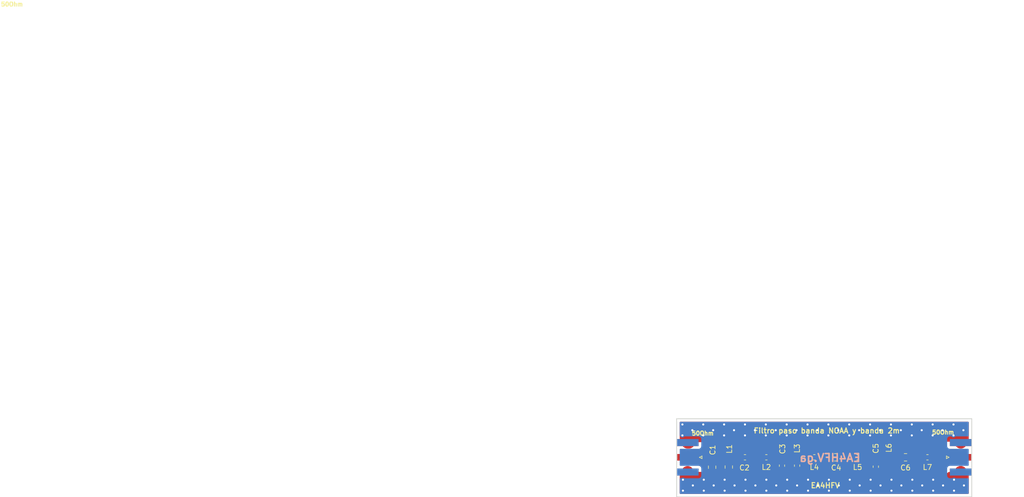
<source format=kicad_pcb>
(kicad_pcb (version 20171130) (host pcbnew "(5.0.2)-1")

  (general
    (thickness 1.6)
    (drawings 10)
    (tracks 114)
    (zones 0)
    (modules 15)
    (nets 10)
  )

  (page A4)
  (layers
    (0 F.Cu signal)
    (31 B.Cu signal hide)
    (32 B.Adhes user)
    (33 F.Adhes user)
    (34 B.Paste user)
    (35 F.Paste user)
    (36 B.SilkS user)
    (37 F.SilkS user)
    (38 B.Mask user)
    (39 F.Mask user)
    (40 Dwgs.User user)
    (41 Cmts.User user)
    (42 Eco1.User user)
    (43 Eco2.User user)
    (44 Edge.Cuts user)
    (45 Margin user)
    (46 B.CrtYd user)
    (47 F.CrtYd user)
    (48 B.Fab user)
    (49 F.Fab user hide)
  )

  (setup
    (last_trace_width 2.3)
    (user_trace_width 1)
    (user_trace_width 1.5)
    (user_trace_width 2)
    (user_trace_width 2.3)
    (trace_clearance 0.2)
    (zone_clearance 0.508)
    (zone_45_only no)
    (trace_min 0.2)
    (segment_width 0.2)
    (edge_width 0.15)
    (via_size 0.8)
    (via_drill 0.4)
    (via_min_size 0.4)
    (via_min_drill 0.3)
    (uvia_size 0.3)
    (uvia_drill 0.1)
    (uvias_allowed no)
    (uvia_min_size 0.2)
    (uvia_min_drill 0.1)
    (pcb_text_width 0.3)
    (pcb_text_size 1.5 1.5)
    (mod_edge_width 0.15)
    (mod_text_size 1 1)
    (mod_text_width 0.15)
    (pad_size 1.524 1.524)
    (pad_drill 0.762)
    (pad_to_mask_clearance 0.051)
    (solder_mask_min_width 0.25)
    (aux_axis_origin 0 0)
    (visible_elements 7FFFFFFF)
    (pcbplotparams
      (layerselection 0x010f0_ffffffff)
      (usegerberextensions false)
      (usegerberattributes false)
      (usegerberadvancedattributes false)
      (creategerberjobfile false)
      (excludeedgelayer true)
      (linewidth 0.100000)
      (plotframeref false)
      (viasonmask false)
      (mode 1)
      (useauxorigin false)
      (hpglpennumber 1)
      (hpglpenspeed 20)
      (hpglpendiameter 15.000000)
      (psnegative false)
      (psa4output false)
      (plotreference true)
      (plotvalue true)
      (plotinvisibletext false)
      (padsonsilk false)
      (subtractmaskfromsilk false)
      (outputformat 1)
      (mirror false)
      (drillshape 0)
      (scaleselection 1)
      (outputdirectory ""))
  )

  (net 0 "")
  (net 1 "Net-(C1-Pad1)")
  (net 2 Earth)
  (net 3 "Net-(C2-Pad1)")
  (net 4 "Net-(C3-Pad1)")
  (net 5 "Net-(C4-Pad2)")
  (net 6 "Net-(C4-Pad1)")
  (net 7 "Net-(C5-Pad1)")
  (net 8 "Net-(C6-Pad1)")
  (net 9 "Net-(J2-Pad1)")

  (net_class Default "Esta es la clase de red por defecto."
    (clearance 0.2)
    (trace_width 0.25)
    (via_dia 0.8)
    (via_drill 0.4)
    (uvia_dia 0.3)
    (uvia_drill 0.1)
    (add_net Earth)
    (add_net "Net-(C1-Pad1)")
    (add_net "Net-(C2-Pad1)")
    (add_net "Net-(C3-Pad1)")
    (add_net "Net-(C4-Pad1)")
    (add_net "Net-(C4-Pad2)")
    (add_net "Net-(C5-Pad1)")
    (add_net "Net-(C6-Pad1)")
    (add_net "Net-(J2-Pad1)")
  )

  (module Connector_Coaxial:SMA_Samtec_SMA-J-P-H-ST-EM1_EdgeMount (layer F.Cu) (tedit 5F132F35) (tstamp 5F482D3F)
    (at 114.5 100.4 180)
    (descr http://suddendocs.samtec.com/prints/sma-j-p-x-st-em1-mkt.pdf)
    (tags SMA)
    (path /5F13169A)
    (attr smd)
    (fp_text reference "" (at -3.5 0 270) (layer F.SilkS)
      (effects (font (size 1 1) (thickness 0.15)))
    )
    (fp_text value Conn_Coaxial (at 5 5.9 180) (layer F.Fab)
      (effects (font (size 1 1) (thickness 0.15)))
    )
    (fp_line (start -2.76 0.25) (end -2.26 0) (layer F.SilkS) (width 0.12))
    (fp_line (start -2.76 -0.25) (end -2.76 0.25) (layer F.SilkS) (width 0.12))
    (fp_line (start -2.26 0) (end -2.76 -0.25) (layer F.SilkS) (width 0.12))
    (fp_line (start 3.1 0) (end 2.1 0.75) (layer F.Fab) (width 0.1))
    (fp_line (start 2.1 -0.75) (end 3.1 0) (layer F.Fab) (width 0.1))
    (fp_text user %R (at 4.79 0 90) (layer F.Fab)
      (effects (font (size 1 1) (thickness 0.15)))
    )
    (fp_line (start 3 -4) (end -2.6 -4) (layer F.CrtYd) (width 0.05))
    (fp_line (start 12.12 -4.5) (end 12.12 4.5) (layer F.CrtYd) (width 0.05))
    (fp_line (start 3 4) (end -2.6 4) (layer F.CrtYd) (width 0.05))
    (fp_line (start -2.6 4) (end -2.6 -4) (layer F.CrtYd) (width 0.05))
    (fp_line (start 3 -4) (end -2.6 -4) (layer B.CrtYd) (width 0.05))
    (fp_line (start 12.12 -4.5) (end 12.12 4.5) (layer B.CrtYd) (width 0.05))
    (fp_line (start 3 4) (end -2.6 4) (layer B.CrtYd) (width 0.05))
    (fp_line (start -2.6 4) (end -2.6 -4) (layer B.CrtYd) (width 0.05))
    (fp_line (start 11.62 -3.165) (end 11.62 3.165) (layer F.Fab) (width 0.1))
    (fp_line (start -1.71 -3.175) (end 11.62 -3.175) (layer F.Fab) (width 0.1))
    (fp_line (start -1.71 -3.175) (end -1.71 -2.365) (layer F.Fab) (width 0.1))
    (fp_line (start -1.71 -2.365) (end 2.1 -2.365) (layer F.Fab) (width 0.1))
    (fp_line (start 2.1 -2.365) (end 2.1 2.365) (layer F.Fab) (width 0.1))
    (fp_line (start 2.1 2.365) (end -1.71 2.365) (layer F.Fab) (width 0.1))
    (fp_line (start -1.71 2.365) (end -1.71 3.175) (layer F.Fab) (width 0.1))
    (fp_line (start -1.71 3.175) (end 11.62 3.175) (layer F.Fab) (width 0.1))
    (fp_line (start 12.12 4.5) (end 3 4.5) (layer F.CrtYd) (width 0.05))
    (fp_line (start 3 4.5) (end 3 4) (layer F.CrtYd) (width 0.05))
    (fp_line (start 12.12 -4.5) (end 3 -4.5) (layer F.CrtYd) (width 0.05))
    (fp_line (start 3 -4.5) (end 3 -4) (layer F.CrtYd) (width 0.05))
    (fp_line (start 12.12 -4.5) (end 3 -4.5) (layer B.CrtYd) (width 0.05))
    (fp_line (start 3 -4.5) (end 3 -4) (layer B.CrtYd) (width 0.05))
    (fp_line (start 12.12 4.5) (end 3 4.5) (layer B.CrtYd) (width 0.05))
    (fp_line (start 3 4.5) (end 3 4) (layer B.CrtYd) (width 0.05))
    (fp_line (start 2.1 -3.5) (end 2.1 3.5) (layer Dwgs.User) (width 0.1))
    (fp_text user "PCB Edge" (at 2.6 0 270) (layer Dwgs.User)
      (effects (font (size 0.5 0.5) (thickness 0.1)))
    )
    (pad 2 smd rect (at 0 2.825 270) (size 1.35 4.2) (layers B.Cu B.Paste B.Mask)
      (net 2 Earth))
    (pad 2 smd rect (at 0 -2.825 270) (size 1.35 4.2) (layers B.Cu B.Paste B.Mask)
      (net 2 Earth))
    (pad 2 smd rect (at 0 2.825 270) (size 1.35 4.2) (layers F.Cu F.Paste F.Mask)
      (net 2 Earth))
    (pad 2 smd rect (at 0 -2.825 270) (size 1.35 4.2) (layers F.Cu F.Paste F.Mask)
      (net 2 Earth))
    (pad 1 smd rect (at 0.2 0 270) (size 1.27 3.6) (layers F.Cu F.Paste F.Mask)
      (net 1 "Net-(C1-Pad1)"))
    (model ${KISYS3DMOD}/Connector_Coaxial.3dshapes/SMA_Samtec_SMA-J-P-H-ST-EM1_EdgeMount.wrl
      (at (xyz 0 0 0))
      (scale (xyz 1 1 1))
      (rotate (xyz 0 0 0))
    )
  )

  (module Capacitor_SMD:C_0805_2012Metric (layer F.Cu) (tedit 5B36C52B) (tstamp 5F482CC1)
    (at 119.2 102.3 270)
    (descr "Capacitor SMD 0805 (2012 Metric), square (rectangular) end terminal, IPC_7351 nominal, (Body size source: https://docs.google.com/spreadsheets/d/1BsfQQcO9C6DZCsRaXUlFlo91Tg2WpOkGARC1WS5S8t0/edit?usp=sharing), generated with kicad-footprint-generator")
    (tags capacitor)
    (path /5F131746)
    (attr smd)
    (fp_text reference C1 (at -3.3 -0.1 270) (layer F.SilkS)
      (effects (font (size 1 1) (thickness 0.15)))
    )
    (fp_text value 56pF (at 0 1.65 270) (layer F.Fab)
      (effects (font (size 1 1) (thickness 0.15)))
    )
    (fp_line (start -1 0.6) (end -1 -0.6) (layer F.Fab) (width 0.1))
    (fp_line (start -1 -0.6) (end 1 -0.6) (layer F.Fab) (width 0.1))
    (fp_line (start 1 -0.6) (end 1 0.6) (layer F.Fab) (width 0.1))
    (fp_line (start 1 0.6) (end -1 0.6) (layer F.Fab) (width 0.1))
    (fp_line (start -0.258578 -0.71) (end 0.258578 -0.71) (layer F.SilkS) (width 0.12))
    (fp_line (start -0.258578 0.71) (end 0.258578 0.71) (layer F.SilkS) (width 0.12))
    (fp_line (start -1.68 0.95) (end -1.68 -0.95) (layer F.CrtYd) (width 0.05))
    (fp_line (start -1.68 -0.95) (end 1.68 -0.95) (layer F.CrtYd) (width 0.05))
    (fp_line (start 1.68 -0.95) (end 1.68 0.95) (layer F.CrtYd) (width 0.05))
    (fp_line (start 1.68 0.95) (end -1.68 0.95) (layer F.CrtYd) (width 0.05))
    (fp_text user %R (at 0 0 270) (layer F.Fab)
      (effects (font (size 0.5 0.5) (thickness 0.08)))
    )
    (pad 1 smd roundrect (at -0.9375 0 270) (size 0.975 1.4) (layers F.Cu F.Paste F.Mask) (roundrect_rratio 0.25)
      (net 1 "Net-(C1-Pad1)"))
    (pad 2 smd roundrect (at 0.9375 0 270) (size 0.975 1.4) (layers F.Cu F.Paste F.Mask) (roundrect_rratio 0.25)
      (net 2 Earth))
    (model ${KISYS3DMOD}/Capacitor_SMD.3dshapes/C_0805_2012Metric.wrl
      (at (xyz 0 0 0))
      (scale (xyz 1 1 1))
      (rotate (xyz 0 0 0))
    )
  )

  (module Capacitor_SMD:C_0603_1608Metric (layer F.Cu) (tedit 5B301BBE) (tstamp 5F482CD2)
    (at 125.5 100.4 180)
    (descr "Capacitor SMD 0603 (1608 Metric), square (rectangular) end terminal, IPC_7351 nominal, (Body size source: http://www.tortai-tech.com/upload/download/2011102023233369053.pdf), generated with kicad-footprint-generator")
    (tags capacitor)
    (path /5F1317C0)
    (attr smd)
    (fp_text reference C2 (at 0.1 -2 180) (layer F.SilkS)
      (effects (font (size 1 1) (thickness 0.15)))
    )
    (fp_text value 3,3pF (at 0 1.43 180) (layer F.Fab)
      (effects (font (size 1 1) (thickness 0.15)))
    )
    (fp_line (start -0.8 0.4) (end -0.8 -0.4) (layer F.Fab) (width 0.1))
    (fp_line (start -0.8 -0.4) (end 0.8 -0.4) (layer F.Fab) (width 0.1))
    (fp_line (start 0.8 -0.4) (end 0.8 0.4) (layer F.Fab) (width 0.1))
    (fp_line (start 0.8 0.4) (end -0.8 0.4) (layer F.Fab) (width 0.1))
    (fp_line (start -0.162779 -0.51) (end 0.162779 -0.51) (layer F.SilkS) (width 0.12))
    (fp_line (start -0.162779 0.51) (end 0.162779 0.51) (layer F.SilkS) (width 0.12))
    (fp_line (start -1.48 0.73) (end -1.48 -0.73) (layer F.CrtYd) (width 0.05))
    (fp_line (start -1.48 -0.73) (end 1.48 -0.73) (layer F.CrtYd) (width 0.05))
    (fp_line (start 1.48 -0.73) (end 1.48 0.73) (layer F.CrtYd) (width 0.05))
    (fp_line (start 1.48 0.73) (end -1.48 0.73) (layer F.CrtYd) (width 0.05))
    (fp_text user %R (at 0 0 180) (layer F.Fab)
      (effects (font (size 0.4 0.4) (thickness 0.06)))
    )
    (pad 1 smd roundrect (at -0.7875 0 180) (size 0.875 0.95) (layers F.Cu F.Paste F.Mask) (roundrect_rratio 0.25)
      (net 3 "Net-(C2-Pad1)"))
    (pad 2 smd roundrect (at 0.7875 0 180) (size 0.875 0.95) (layers F.Cu F.Paste F.Mask) (roundrect_rratio 0.25)
      (net 1 "Net-(C1-Pad1)"))
    (model ${KISYS3DMOD}/Capacitor_SMD.3dshapes/C_0603_1608Metric.wrl
      (at (xyz 0 0 0))
      (scale (xyz 1 1 1))
      (rotate (xyz 0 0 0))
    )
  )

  (module Capacitor_SMD:C_0603_1608Metric (layer F.Cu) (tedit 5B301BBE) (tstamp 5F482CE3)
    (at 132.6 102 270)
    (descr "Capacitor SMD 0603 (1608 Metric), square (rectangular) end terminal, IPC_7351 nominal, (Body size source: http://www.tortai-tech.com/upload/download/2011102023233369053.pdf), generated with kicad-footprint-generator")
    (tags capacitor)
    (path /5F131A10)
    (attr smd)
    (fp_text reference C3 (at -3.2 -0.1 270) (layer F.SilkS)
      (effects (font (size 1 1) (thickness 0.15)))
    )
    (fp_text value 220pF (at 0 1.43 270) (layer F.Fab)
      (effects (font (size 1 1) (thickness 0.15)))
    )
    (fp_text user %R (at 0 0 270) (layer F.Fab)
      (effects (font (size 0.4 0.4) (thickness 0.06)))
    )
    (fp_line (start 1.48 0.73) (end -1.48 0.73) (layer F.CrtYd) (width 0.05))
    (fp_line (start 1.48 -0.73) (end 1.48 0.73) (layer F.CrtYd) (width 0.05))
    (fp_line (start -1.48 -0.73) (end 1.48 -0.73) (layer F.CrtYd) (width 0.05))
    (fp_line (start -1.48 0.73) (end -1.48 -0.73) (layer F.CrtYd) (width 0.05))
    (fp_line (start -0.162779 0.51) (end 0.162779 0.51) (layer F.SilkS) (width 0.12))
    (fp_line (start -0.162779 -0.51) (end 0.162779 -0.51) (layer F.SilkS) (width 0.12))
    (fp_line (start 0.8 0.4) (end -0.8 0.4) (layer F.Fab) (width 0.1))
    (fp_line (start 0.8 -0.4) (end 0.8 0.4) (layer F.Fab) (width 0.1))
    (fp_line (start -0.8 -0.4) (end 0.8 -0.4) (layer F.Fab) (width 0.1))
    (fp_line (start -0.8 0.4) (end -0.8 -0.4) (layer F.Fab) (width 0.1))
    (pad 2 smd roundrect (at 0.7875 0 270) (size 0.875 0.95) (layers F.Cu F.Paste F.Mask) (roundrect_rratio 0.25)
      (net 2 Earth))
    (pad 1 smd roundrect (at -0.7875 0 270) (size 0.875 0.95) (layers F.Cu F.Paste F.Mask) (roundrect_rratio 0.25)
      (net 4 "Net-(C3-Pad1)"))
    (model ${KISYS3DMOD}/Capacitor_SMD.3dshapes/C_0603_1608Metric.wrl
      (at (xyz 0 0 0))
      (scale (xyz 1 1 1))
      (rotate (xyz 0 0 0))
    )
  )

  (module Capacitor_SMD:C_0805_2012Metric (layer F.Cu) (tedit 5B36C52B) (tstamp 5F482CF4)
    (at 142.9 100.4 180)
    (descr "Capacitor SMD 0805 (2012 Metric), square (rectangular) end terminal, IPC_7351 nominal, (Body size source: https://docs.google.com/spreadsheets/d/1BsfQQcO9C6DZCsRaXUlFlo91Tg2WpOkGARC1WS5S8t0/edit?usp=sharing), generated with kicad-footprint-generator")
    (tags capacitor)
    (path /5F131A1E)
    (attr smd)
    (fp_text reference C4 (at -0.1 -2 180) (layer F.SilkS)
      (effects (font (size 1 1) (thickness 0.15)))
    )
    (fp_text value 2,7pF (at 0 1.65 180) (layer F.Fab)
      (effects (font (size 1 1) (thickness 0.15)))
    )
    (fp_text user %R (at 0 0 180) (layer F.Fab)
      (effects (font (size 0.5 0.5) (thickness 0.08)))
    )
    (fp_line (start 1.68 0.95) (end -1.68 0.95) (layer F.CrtYd) (width 0.05))
    (fp_line (start 1.68 -0.95) (end 1.68 0.95) (layer F.CrtYd) (width 0.05))
    (fp_line (start -1.68 -0.95) (end 1.68 -0.95) (layer F.CrtYd) (width 0.05))
    (fp_line (start -1.68 0.95) (end -1.68 -0.95) (layer F.CrtYd) (width 0.05))
    (fp_line (start -0.258578 0.71) (end 0.258578 0.71) (layer F.SilkS) (width 0.12))
    (fp_line (start -0.258578 -0.71) (end 0.258578 -0.71) (layer F.SilkS) (width 0.12))
    (fp_line (start 1 0.6) (end -1 0.6) (layer F.Fab) (width 0.1))
    (fp_line (start 1 -0.6) (end 1 0.6) (layer F.Fab) (width 0.1))
    (fp_line (start -1 -0.6) (end 1 -0.6) (layer F.Fab) (width 0.1))
    (fp_line (start -1 0.6) (end -1 -0.6) (layer F.Fab) (width 0.1))
    (pad 2 smd roundrect (at 0.9375 0 180) (size 0.975 1.4) (layers F.Cu F.Paste F.Mask) (roundrect_rratio 0.25)
      (net 5 "Net-(C4-Pad2)"))
    (pad 1 smd roundrect (at -0.9375 0 180) (size 0.975 1.4) (layers F.Cu F.Paste F.Mask) (roundrect_rratio 0.25)
      (net 6 "Net-(C4-Pad1)"))
    (model ${KISYS3DMOD}/Capacitor_SMD.3dshapes/C_0805_2012Metric.wrl
      (at (xyz 0 0 0))
      (scale (xyz 1 1 1))
      (rotate (xyz 0 0 0))
    )
  )

  (module Capacitor_SMD:C_0603_1608Metric (layer F.Cu) (tedit 5B301BBE) (tstamp 5F482D05)
    (at 150.6 102.2 270)
    (descr "Capacitor SMD 0603 (1608 Metric), square (rectangular) end terminal, IPC_7351 nominal, (Body size source: http://www.tortai-tech.com/upload/download/2011102023233369053.pdf), generated with kicad-footprint-generator")
    (tags capacitor)
    (path /5F131C2A)
    (attr smd)
    (fp_text reference C5 (at -3.5 0 270) (layer F.SilkS)
      (effects (font (size 1 1) (thickness 0.15)))
    )
    (fp_text value 150pF (at 0 1.43 270) (layer F.Fab)
      (effects (font (size 1 1) (thickness 0.15)))
    )
    (fp_line (start -0.8 0.4) (end -0.8 -0.4) (layer F.Fab) (width 0.1))
    (fp_line (start -0.8 -0.4) (end 0.8 -0.4) (layer F.Fab) (width 0.1))
    (fp_line (start 0.8 -0.4) (end 0.8 0.4) (layer F.Fab) (width 0.1))
    (fp_line (start 0.8 0.4) (end -0.8 0.4) (layer F.Fab) (width 0.1))
    (fp_line (start -0.162779 -0.51) (end 0.162779 -0.51) (layer F.SilkS) (width 0.12))
    (fp_line (start -0.162779 0.51) (end 0.162779 0.51) (layer F.SilkS) (width 0.12))
    (fp_line (start -1.48 0.73) (end -1.48 -0.73) (layer F.CrtYd) (width 0.05))
    (fp_line (start -1.48 -0.73) (end 1.48 -0.73) (layer F.CrtYd) (width 0.05))
    (fp_line (start 1.48 -0.73) (end 1.48 0.73) (layer F.CrtYd) (width 0.05))
    (fp_line (start 1.48 0.73) (end -1.48 0.73) (layer F.CrtYd) (width 0.05))
    (fp_text user %R (at 0 0 270) (layer F.Fab)
      (effects (font (size 0.4 0.4) (thickness 0.06)))
    )
    (pad 1 smd roundrect (at -0.7875 0 270) (size 0.875 0.95) (layers F.Cu F.Paste F.Mask) (roundrect_rratio 0.25)
      (net 7 "Net-(C5-Pad1)"))
    (pad 2 smd roundrect (at 0.7875 0 270) (size 0.875 0.95) (layers F.Cu F.Paste F.Mask) (roundrect_rratio 0.25)
      (net 2 Earth))
    (model ${KISYS3DMOD}/Capacitor_SMD.3dshapes/C_0603_1608Metric.wrl
      (at (xyz 0 0 0))
      (scale (xyz 1 1 1))
      (rotate (xyz 0 0 0))
    )
  )

  (module Capacitor_SMD:C_0805_2012Metric (layer F.Cu) (tedit 5B36C52B) (tstamp 5F482D16)
    (at 156.3 100.4 180)
    (descr "Capacitor SMD 0805 (2012 Metric), square (rectangular) end terminal, IPC_7351 nominal, (Body size source: https://docs.google.com/spreadsheets/d/1BsfQQcO9C6DZCsRaXUlFlo91Tg2WpOkGARC1WS5S8t0/edit?usp=sharing), generated with kicad-footprint-generator")
    (tags capacitor)
    (path /5F131C38)
    (attr smd)
    (fp_text reference C6 (at 0 -2 180) (layer F.SilkS)
      (effects (font (size 1 1) (thickness 0.15)))
    )
    (fp_text value 10pF (at 0 1.65 180) (layer F.Fab)
      (effects (font (size 1 1) (thickness 0.15)))
    )
    (fp_line (start -1 0.6) (end -1 -0.6) (layer F.Fab) (width 0.1))
    (fp_line (start -1 -0.6) (end 1 -0.6) (layer F.Fab) (width 0.1))
    (fp_line (start 1 -0.6) (end 1 0.6) (layer F.Fab) (width 0.1))
    (fp_line (start 1 0.6) (end -1 0.6) (layer F.Fab) (width 0.1))
    (fp_line (start -0.258578 -0.71) (end 0.258578 -0.71) (layer F.SilkS) (width 0.12))
    (fp_line (start -0.258578 0.71) (end 0.258578 0.71) (layer F.SilkS) (width 0.12))
    (fp_line (start -1.68 0.95) (end -1.68 -0.95) (layer F.CrtYd) (width 0.05))
    (fp_line (start -1.68 -0.95) (end 1.68 -0.95) (layer F.CrtYd) (width 0.05))
    (fp_line (start 1.68 -0.95) (end 1.68 0.95) (layer F.CrtYd) (width 0.05))
    (fp_line (start 1.68 0.95) (end -1.68 0.95) (layer F.CrtYd) (width 0.05))
    (fp_text user %R (at 0 0 180) (layer F.Fab)
      (effects (font (size 0.5 0.5) (thickness 0.08)))
    )
    (pad 1 smd roundrect (at -0.9375 0 180) (size 0.975 1.4) (layers F.Cu F.Paste F.Mask) (roundrect_rratio 0.25)
      (net 8 "Net-(C6-Pad1)"))
    (pad 2 smd roundrect (at 0.9375 0 180) (size 0.975 1.4) (layers F.Cu F.Paste F.Mask) (roundrect_rratio 0.25)
      (net 7 "Net-(C5-Pad1)"))
    (model ${KISYS3DMOD}/Capacitor_SMD.3dshapes/C_0805_2012Metric.wrl
      (at (xyz 0 0 0))
      (scale (xyz 1 1 1))
      (rotate (xyz 0 0 0))
    )
  )

  (module Connector_Coaxial:SMA_Samtec_SMA-J-P-H-ST-EM1_EdgeMount (layer F.Cu) (tedit 5F132F41) (tstamp 5F482D68)
    (at 166.9 100.4)
    (descr http://suddendocs.samtec.com/prints/sma-j-p-x-st-em1-mkt.pdf)
    (tags SMA)
    (path /5F132193)
    (attr smd)
    (fp_text reference "" (at -3.5 0 90) (layer F.SilkS)
      (effects (font (size 1 1) (thickness 0.15)))
    )
    (fp_text value Conn_Coaxial (at 5 5.9) (layer F.Fab)
      (effects (font (size 1 1) (thickness 0.15)))
    )
    (fp_text user "PCB Edge" (at 2.6 0 90) (layer Dwgs.User)
      (effects (font (size 0.5 0.5) (thickness 0.1)))
    )
    (fp_line (start 2.1 -3.5) (end 2.1 3.5) (layer Dwgs.User) (width 0.1))
    (fp_line (start 3 4.5) (end 3 4) (layer B.CrtYd) (width 0.05))
    (fp_line (start 12.12 4.5) (end 3 4.5) (layer B.CrtYd) (width 0.05))
    (fp_line (start 3 -4.5) (end 3 -4) (layer B.CrtYd) (width 0.05))
    (fp_line (start 12.12 -4.5) (end 3 -4.5) (layer B.CrtYd) (width 0.05))
    (fp_line (start 3 -4.5) (end 3 -4) (layer F.CrtYd) (width 0.05))
    (fp_line (start 12.12 -4.5) (end 3 -4.5) (layer F.CrtYd) (width 0.05))
    (fp_line (start 3 4.5) (end 3 4) (layer F.CrtYd) (width 0.05))
    (fp_line (start 12.12 4.5) (end 3 4.5) (layer F.CrtYd) (width 0.05))
    (fp_line (start -1.71 3.175) (end 11.62 3.175) (layer F.Fab) (width 0.1))
    (fp_line (start -1.71 2.365) (end -1.71 3.175) (layer F.Fab) (width 0.1))
    (fp_line (start 2.1 2.365) (end -1.71 2.365) (layer F.Fab) (width 0.1))
    (fp_line (start 2.1 -2.365) (end 2.1 2.365) (layer F.Fab) (width 0.1))
    (fp_line (start -1.71 -2.365) (end 2.1 -2.365) (layer F.Fab) (width 0.1))
    (fp_line (start -1.71 -3.175) (end -1.71 -2.365) (layer F.Fab) (width 0.1))
    (fp_line (start -1.71 -3.175) (end 11.62 -3.175) (layer F.Fab) (width 0.1))
    (fp_line (start 11.62 -3.165) (end 11.62 3.165) (layer F.Fab) (width 0.1))
    (fp_line (start -2.6 4) (end -2.6 -4) (layer B.CrtYd) (width 0.05))
    (fp_line (start 3 4) (end -2.6 4) (layer B.CrtYd) (width 0.05))
    (fp_line (start 12.12 -4.5) (end 12.12 4.5) (layer B.CrtYd) (width 0.05))
    (fp_line (start 3 -4) (end -2.6 -4) (layer B.CrtYd) (width 0.05))
    (fp_line (start -2.6 4) (end -2.6 -4) (layer F.CrtYd) (width 0.05))
    (fp_line (start 3 4) (end -2.6 4) (layer F.CrtYd) (width 0.05))
    (fp_line (start 12.12 -4.5) (end 12.12 4.5) (layer F.CrtYd) (width 0.05))
    (fp_line (start 3 -4) (end -2.6 -4) (layer F.CrtYd) (width 0.05))
    (fp_text user %R (at 4.79 0 270) (layer F.Fab)
      (effects (font (size 1 1) (thickness 0.15)))
    )
    (fp_line (start 2.1 -0.75) (end 3.1 0) (layer F.Fab) (width 0.1))
    (fp_line (start 3.1 0) (end 2.1 0.75) (layer F.Fab) (width 0.1))
    (fp_line (start -2.26 0) (end -2.76 -0.25) (layer F.SilkS) (width 0.12))
    (fp_line (start -2.76 -0.25) (end -2.76 0.25) (layer F.SilkS) (width 0.12))
    (fp_line (start -2.76 0.25) (end -2.26 0) (layer F.SilkS) (width 0.12))
    (pad 1 smd rect (at 0.2 0 90) (size 1.27 3.6) (layers F.Cu F.Paste F.Mask)
      (net 9 "Net-(J2-Pad1)"))
    (pad 2 smd rect (at 0 -2.825 90) (size 1.35 4.2) (layers F.Cu F.Paste F.Mask)
      (net 2 Earth))
    (pad 2 smd rect (at 0 2.825 90) (size 1.35 4.2) (layers F.Cu F.Paste F.Mask)
      (net 2 Earth))
    (pad 2 smd rect (at 0 -2.825 90) (size 1.35 4.2) (layers B.Cu B.Paste B.Mask)
      (net 2 Earth))
    (pad 2 smd rect (at 0 2.825 90) (size 1.35 4.2) (layers B.Cu B.Paste B.Mask)
      (net 2 Earth))
    (model ${KISYS3DMOD}/Connector_Coaxial.3dshapes/SMA_Samtec_SMA-J-P-H-ST-EM1_EdgeMount.wrl
      (at (xyz 0 0 0))
      (scale (xyz 1 1 1))
      (rotate (xyz 0 0 0))
    )
  )

  (module Inductor_SMD:L_0805_2012Metric (layer F.Cu) (tedit 5B36C52B) (tstamp 5F482D79)
    (at 122.4 102.2625 270)
    (descr "Inductor SMD 0805 (2012 Metric), square (rectangular) end terminal, IPC_7351 nominal, (Body size source: https://docs.google.com/spreadsheets/d/1BsfQQcO9C6DZCsRaXUlFlo91Tg2WpOkGARC1WS5S8t0/edit?usp=sharing), generated with kicad-footprint-generator")
    (tags inductor)
    (path /5F131787)
    (attr smd)
    (fp_text reference L1 (at -3.4625 -0.1 270) (layer F.SilkS)
      (effects (font (size 1 1) (thickness 0.15)))
    )
    (fp_text value 22nH (at 0 1.65 270) (layer F.Fab)
      (effects (font (size 1 1) (thickness 0.15)))
    )
    (fp_line (start -1 0.6) (end -1 -0.6) (layer F.Fab) (width 0.1))
    (fp_line (start -1 -0.6) (end 1 -0.6) (layer F.Fab) (width 0.1))
    (fp_line (start 1 -0.6) (end 1 0.6) (layer F.Fab) (width 0.1))
    (fp_line (start 1 0.6) (end -1 0.6) (layer F.Fab) (width 0.1))
    (fp_line (start -0.258578 -0.71) (end 0.258578 -0.71) (layer F.SilkS) (width 0.12))
    (fp_line (start -0.258578 0.71) (end 0.258578 0.71) (layer F.SilkS) (width 0.12))
    (fp_line (start -1.68 0.95) (end -1.68 -0.95) (layer F.CrtYd) (width 0.05))
    (fp_line (start -1.68 -0.95) (end 1.68 -0.95) (layer F.CrtYd) (width 0.05))
    (fp_line (start 1.68 -0.95) (end 1.68 0.95) (layer F.CrtYd) (width 0.05))
    (fp_line (start 1.68 0.95) (end -1.68 0.95) (layer F.CrtYd) (width 0.05))
    (fp_text user %R (at 0 0 270) (layer F.Fab)
      (effects (font (size 0.5 0.5) (thickness 0.08)))
    )
    (pad 1 smd roundrect (at -0.9375 0 270) (size 0.975 1.4) (layers F.Cu F.Paste F.Mask) (roundrect_rratio 0.25)
      (net 1 "Net-(C1-Pad1)"))
    (pad 2 smd roundrect (at 0.9375 0 270) (size 0.975 1.4) (layers F.Cu F.Paste F.Mask) (roundrect_rratio 0.25)
      (net 2 Earth))
    (model ${KISYS3DMOD}/Inductor_SMD.3dshapes/L_0805_2012Metric.wrl
      (at (xyz 0 0 0))
      (scale (xyz 1 1 1))
      (rotate (xyz 0 0 0))
    )
  )

  (module Inductor_SMD:L_0603_1608Metric (layer F.Cu) (tedit 5B301BBE) (tstamp 5F482D8A)
    (at 129.6 100.4 180)
    (descr "Inductor SMD 0603 (1608 Metric), square (rectangular) end terminal, IPC_7351 nominal, (Body size source: http://www.tortai-tech.com/upload/download/2011102023233369053.pdf), generated with kicad-footprint-generator")
    (tags inductor)
    (path /5F13185E)
    (attr smd)
    (fp_text reference L2 (at 0 -1.9 180) (layer F.SilkS)
      (effects (font (size 1 1) (thickness 0.15)))
    )
    (fp_text value 390nH (at 0 1.43 180) (layer F.Fab)
      (effects (font (size 1 1) (thickness 0.15)))
    )
    (fp_line (start -0.8 0.4) (end -0.8 -0.4) (layer F.Fab) (width 0.1))
    (fp_line (start -0.8 -0.4) (end 0.8 -0.4) (layer F.Fab) (width 0.1))
    (fp_line (start 0.8 -0.4) (end 0.8 0.4) (layer F.Fab) (width 0.1))
    (fp_line (start 0.8 0.4) (end -0.8 0.4) (layer F.Fab) (width 0.1))
    (fp_line (start -0.162779 -0.51) (end 0.162779 -0.51) (layer F.SilkS) (width 0.12))
    (fp_line (start -0.162779 0.51) (end 0.162779 0.51) (layer F.SilkS) (width 0.12))
    (fp_line (start -1.48 0.73) (end -1.48 -0.73) (layer F.CrtYd) (width 0.05))
    (fp_line (start -1.48 -0.73) (end 1.48 -0.73) (layer F.CrtYd) (width 0.05))
    (fp_line (start 1.48 -0.73) (end 1.48 0.73) (layer F.CrtYd) (width 0.05))
    (fp_line (start 1.48 0.73) (end -1.48 0.73) (layer F.CrtYd) (width 0.05))
    (fp_text user %R (at 0 0 180) (layer F.Fab)
      (effects (font (size 0.4 0.4) (thickness 0.06)))
    )
    (pad 1 smd roundrect (at -0.7875 0 180) (size 0.875 0.95) (layers F.Cu F.Paste F.Mask) (roundrect_rratio 0.25)
      (net 4 "Net-(C3-Pad1)"))
    (pad 2 smd roundrect (at 0.7875 0 180) (size 0.875 0.95) (layers F.Cu F.Paste F.Mask) (roundrect_rratio 0.25)
      (net 3 "Net-(C2-Pad1)"))
    (model ${KISYS3DMOD}/Inductor_SMD.3dshapes/L_0603_1608Metric.wrl
      (at (xyz 0 0 0))
      (scale (xyz 1 1 1))
      (rotate (xyz 0 0 0))
    )
  )

  (module Inductor_SMD:L_0603_1608Metric (layer F.Cu) (tedit 5B301BBE) (tstamp 5F482D9B)
    (at 135.5 102 270)
    (descr "Inductor SMD 0603 (1608 Metric), square (rectangular) end terminal, IPC_7351 nominal, (Body size source: http://www.tortai-tech.com/upload/download/2011102023233369053.pdf), generated with kicad-footprint-generator")
    (tags inductor)
    (path /5F131A17)
    (attr smd)
    (fp_text reference L3 (at -3.3 0 270) (layer F.SilkS)
      (effects (font (size 1 1) (thickness 0.15)))
    )
    (fp_text value 6,2nH (at 0 1.43 270) (layer F.Fab)
      (effects (font (size 1 1) (thickness 0.15)))
    )
    (fp_text user %R (at 0 0 270) (layer F.Fab)
      (effects (font (size 0.4 0.4) (thickness 0.06)))
    )
    (fp_line (start 1.48 0.73) (end -1.48 0.73) (layer F.CrtYd) (width 0.05))
    (fp_line (start 1.48 -0.73) (end 1.48 0.73) (layer F.CrtYd) (width 0.05))
    (fp_line (start -1.48 -0.73) (end 1.48 -0.73) (layer F.CrtYd) (width 0.05))
    (fp_line (start -1.48 0.73) (end -1.48 -0.73) (layer F.CrtYd) (width 0.05))
    (fp_line (start -0.162779 0.51) (end 0.162779 0.51) (layer F.SilkS) (width 0.12))
    (fp_line (start -0.162779 -0.51) (end 0.162779 -0.51) (layer F.SilkS) (width 0.12))
    (fp_line (start 0.8 0.4) (end -0.8 0.4) (layer F.Fab) (width 0.1))
    (fp_line (start 0.8 -0.4) (end 0.8 0.4) (layer F.Fab) (width 0.1))
    (fp_line (start -0.8 -0.4) (end 0.8 -0.4) (layer F.Fab) (width 0.1))
    (fp_line (start -0.8 0.4) (end -0.8 -0.4) (layer F.Fab) (width 0.1))
    (pad 2 smd roundrect (at 0.7875 0 270) (size 0.875 0.95) (layers F.Cu F.Paste F.Mask) (roundrect_rratio 0.25)
      (net 2 Earth))
    (pad 1 smd roundrect (at -0.7875 0 270) (size 0.875 0.95) (layers F.Cu F.Paste F.Mask) (roundrect_rratio 0.25)
      (net 4 "Net-(C3-Pad1)"))
    (model ${KISYS3DMOD}/Inductor_SMD.3dshapes/L_0603_1608Metric.wrl
      (at (xyz 0 0 0))
      (scale (xyz 1 1 1))
      (rotate (xyz 0 0 0))
    )
  )

  (module Inductor_SMD:L_0603_1608Metric (layer F.Cu) (tedit 5B301BBE) (tstamp 5F482DAC)
    (at 138.8 100.4 180)
    (descr "Inductor SMD 0603 (1608 Metric), square (rectangular) end terminal, IPC_7351 nominal, (Body size source: http://www.tortai-tech.com/upload/download/2011102023233369053.pdf), generated with kicad-footprint-generator")
    (tags inductor)
    (path /5F131A25)
    (attr smd)
    (fp_text reference L4 (at 0 -1.9 180) (layer F.SilkS)
      (effects (font (size 1 1) (thickness 0.15)))
    )
    (fp_text value 390nH (at 0 1.43 180) (layer F.Fab)
      (effects (font (size 1 1) (thickness 0.15)))
    )
    (fp_line (start -0.8 0.4) (end -0.8 -0.4) (layer F.Fab) (width 0.1))
    (fp_line (start -0.8 -0.4) (end 0.8 -0.4) (layer F.Fab) (width 0.1))
    (fp_line (start 0.8 -0.4) (end 0.8 0.4) (layer F.Fab) (width 0.1))
    (fp_line (start 0.8 0.4) (end -0.8 0.4) (layer F.Fab) (width 0.1))
    (fp_line (start -0.162779 -0.51) (end 0.162779 -0.51) (layer F.SilkS) (width 0.12))
    (fp_line (start -0.162779 0.51) (end 0.162779 0.51) (layer F.SilkS) (width 0.12))
    (fp_line (start -1.48 0.73) (end -1.48 -0.73) (layer F.CrtYd) (width 0.05))
    (fp_line (start -1.48 -0.73) (end 1.48 -0.73) (layer F.CrtYd) (width 0.05))
    (fp_line (start 1.48 -0.73) (end 1.48 0.73) (layer F.CrtYd) (width 0.05))
    (fp_line (start 1.48 0.73) (end -1.48 0.73) (layer F.CrtYd) (width 0.05))
    (fp_text user %R (at 0 0 180) (layer F.Fab)
      (effects (font (size 0.4 0.4) (thickness 0.06)))
    )
    (pad 1 smd roundrect (at -0.7875 0 180) (size 0.875 0.95) (layers F.Cu F.Paste F.Mask) (roundrect_rratio 0.25)
      (net 5 "Net-(C4-Pad2)"))
    (pad 2 smd roundrect (at 0.7875 0 180) (size 0.875 0.95) (layers F.Cu F.Paste F.Mask) (roundrect_rratio 0.25)
      (net 4 "Net-(C3-Pad1)"))
    (model ${KISYS3DMOD}/Inductor_SMD.3dshapes/L_0603_1608Metric.wrl
      (at (xyz 0 0 0))
      (scale (xyz 1 1 1))
      (rotate (xyz 0 0 0))
    )
  )

  (module Inductor_SMD:L_0603_1608Metric (layer F.Cu) (tedit 5B301BBE) (tstamp 5F482DBD)
    (at 147.1 100.4 180)
    (descr "Inductor SMD 0603 (1608 Metric), square (rectangular) end terminal, IPC_7351 nominal, (Body size source: http://www.tortai-tech.com/upload/download/2011102023233369053.pdf), generated with kicad-footprint-generator")
    (tags inductor)
    (path /5F1328F0)
    (attr smd)
    (fp_text reference L5 (at 0 -1.9 180) (layer F.SilkS)
      (effects (font (size 1 1) (thickness 0.15)))
    )
    (fp_text value 120nH (at 0 1.43 180) (layer F.Fab)
      (effects (font (size 1 1) (thickness 0.15)))
    )
    (fp_line (start -0.8 0.4) (end -0.8 -0.4) (layer F.Fab) (width 0.1))
    (fp_line (start -0.8 -0.4) (end 0.8 -0.4) (layer F.Fab) (width 0.1))
    (fp_line (start 0.8 -0.4) (end 0.8 0.4) (layer F.Fab) (width 0.1))
    (fp_line (start 0.8 0.4) (end -0.8 0.4) (layer F.Fab) (width 0.1))
    (fp_line (start -0.162779 -0.51) (end 0.162779 -0.51) (layer F.SilkS) (width 0.12))
    (fp_line (start -0.162779 0.51) (end 0.162779 0.51) (layer F.SilkS) (width 0.12))
    (fp_line (start -1.48 0.73) (end -1.48 -0.73) (layer F.CrtYd) (width 0.05))
    (fp_line (start -1.48 -0.73) (end 1.48 -0.73) (layer F.CrtYd) (width 0.05))
    (fp_line (start 1.48 -0.73) (end 1.48 0.73) (layer F.CrtYd) (width 0.05))
    (fp_line (start 1.48 0.73) (end -1.48 0.73) (layer F.CrtYd) (width 0.05))
    (fp_text user %R (at 0 0 180) (layer F.Fab)
      (effects (font (size 0.4 0.4) (thickness 0.06)))
    )
    (pad 1 smd roundrect (at -0.7875 0 180) (size 0.875 0.95) (layers F.Cu F.Paste F.Mask) (roundrect_rratio 0.25)
      (net 7 "Net-(C5-Pad1)"))
    (pad 2 smd roundrect (at 0.7875 0 180) (size 0.875 0.95) (layers F.Cu F.Paste F.Mask) (roundrect_rratio 0.25)
      (net 6 "Net-(C4-Pad1)"))
    (model ${KISYS3DMOD}/Inductor_SMD.3dshapes/L_0603_1608Metric.wrl
      (at (xyz 0 0 0))
      (scale (xyz 1 1 1))
      (rotate (xyz 0 0 0))
    )
  )

  (module Inductor_SMD:L_0603_1608Metric (layer F.Cu) (tedit 5B301BBE) (tstamp 5F482DDF)
    (at 160.5 100.4 180)
    (descr "Inductor SMD 0603 (1608 Metric), square (rectangular) end terminal, IPC_7351 nominal, (Body size source: http://www.tortai-tech.com/upload/download/2011102023233369053.pdf), generated with kicad-footprint-generator")
    (tags inductor)
    (path /5F131C3F)
    (attr smd)
    (fp_text reference L7 (at 0 -1.9 180) (layer F.SilkS)
      (effects (font (size 1 1) (thickness 0.15)))
    )
    (fp_text value 130nH (at 0 1.43 180) (layer F.Fab)
      (effects (font (size 1 1) (thickness 0.15)))
    )
    (fp_text user %R (at 0 0 180) (layer F.Fab)
      (effects (font (size 0.4 0.4) (thickness 0.06)))
    )
    (fp_line (start 1.48 0.73) (end -1.48 0.73) (layer F.CrtYd) (width 0.05))
    (fp_line (start 1.48 -0.73) (end 1.48 0.73) (layer F.CrtYd) (width 0.05))
    (fp_line (start -1.48 -0.73) (end 1.48 -0.73) (layer F.CrtYd) (width 0.05))
    (fp_line (start -1.48 0.73) (end -1.48 -0.73) (layer F.CrtYd) (width 0.05))
    (fp_line (start -0.162779 0.51) (end 0.162779 0.51) (layer F.SilkS) (width 0.12))
    (fp_line (start -0.162779 -0.51) (end 0.162779 -0.51) (layer F.SilkS) (width 0.12))
    (fp_line (start 0.8 0.4) (end -0.8 0.4) (layer F.Fab) (width 0.1))
    (fp_line (start 0.8 -0.4) (end 0.8 0.4) (layer F.Fab) (width 0.1))
    (fp_line (start -0.8 -0.4) (end 0.8 -0.4) (layer F.Fab) (width 0.1))
    (fp_line (start -0.8 0.4) (end -0.8 -0.4) (layer F.Fab) (width 0.1))
    (pad 2 smd roundrect (at 0.7875 0 180) (size 0.875 0.95) (layers F.Cu F.Paste F.Mask) (roundrect_rratio 0.25)
      (net 8 "Net-(C6-Pad1)"))
    (pad 1 smd roundrect (at -0.7875 0 180) (size 0.875 0.95) (layers F.Cu F.Paste F.Mask) (roundrect_rratio 0.25)
      (net 9 "Net-(J2-Pad1)"))
    (model ${KISYS3DMOD}/Inductor_SMD.3dshapes/L_0603_1608Metric.wrl
      (at (xyz 0 0 0))
      (scale (xyz 1 1 1))
      (rotate (xyz 0 0 0))
    )
  )

  (module Inductor_SMD:L_0402_1005Metric (layer F.Cu) (tedit 5B301BBE) (tstamp 5F483A48)
    (at 153.1 102 270)
    (descr "Inductor SMD 0402 (1005 Metric), square (rectangular) end terminal, IPC_7351 nominal, (Body size source: http://www.tortai-tech.com/upload/download/2011102023233369053.pdf), generated with kicad-footprint-generator")
    (tags inductor)
    (path /5F131C31)
    (attr smd)
    (fp_text reference L6 (at -3.4 0 270) (layer F.SilkS)
      (effects (font (size 1 1) (thickness 0.15)))
    )
    (fp_text value 9,1nH (at 0 1.17 270) (layer F.Fab)
      (effects (font (size 1 1) (thickness 0.15)))
    )
    (fp_line (start -0.5 0.25) (end -0.5 -0.25) (layer F.Fab) (width 0.1))
    (fp_line (start -0.5 -0.25) (end 0.5 -0.25) (layer F.Fab) (width 0.1))
    (fp_line (start 0.5 -0.25) (end 0.5 0.25) (layer F.Fab) (width 0.1))
    (fp_line (start 0.5 0.25) (end -0.5 0.25) (layer F.Fab) (width 0.1))
    (fp_line (start -0.93 0.47) (end -0.93 -0.47) (layer F.CrtYd) (width 0.05))
    (fp_line (start -0.93 -0.47) (end 0.93 -0.47) (layer F.CrtYd) (width 0.05))
    (fp_line (start 0.93 -0.47) (end 0.93 0.47) (layer F.CrtYd) (width 0.05))
    (fp_line (start 0.93 0.47) (end -0.93 0.47) (layer F.CrtYd) (width 0.05))
    (fp_text user %R (at 0 0 270) (layer F.Fab)
      (effects (font (size 0.25 0.25) (thickness 0.04)))
    )
    (pad 1 smd roundrect (at -0.485 0 270) (size 0.59 0.64) (layers F.Cu F.Paste F.Mask) (roundrect_rratio 0.25)
      (net 7 "Net-(C5-Pad1)"))
    (pad 2 smd roundrect (at 0.485 0 270) (size 0.59 0.64) (layers F.Cu F.Paste F.Mask) (roundrect_rratio 0.25)
      (net 2 Earth))
    (model ${KISYS3DMOD}/Inductor_SMD.3dshapes/L_0402_1005Metric.wrl
      (at (xyz 0 0 0))
      (scale (xyz 1 1 1))
      (rotate (xyz 0 0 0))
    )
  )

  (gr_text EA4HFV.ga (at 141.8 100.5) (layer B.SilkS)
    (effects (font (size 1.5 1.5) (thickness 0.3)) (justify mirror))
  )
  (gr_text EA4HFV (at 140.9 105.8) (layer F.SilkS)
    (effects (font (size 1 1) (thickness 0.2)))
  )
  (gr_text "Filtro paso banda NOAA y banda 2m" (at 141.2 95.3) (layer F.SilkS)
    (effects (font (size 1 1) (thickness 0.2)))
  )
  (gr_text 50Ohm (at 163.5 95.6) (layer F.SilkS) (tstamp 5F4867AF)
    (effects (font (size 0.8 0.8) (thickness 0.2)))
  )
  (gr_text 50Ohm (at -15.1 13.5) (layer F.SilkS) (tstamp 5F4867A8)
    (effects (font (size 0.8 0.8) (thickness 0.2)))
  )
  (gr_text 50Ohm (at 117.4 95.8) (layer F.SilkS)
    (effects (font (size 0.8 0.8) (thickness 0.2)))
  )
  (gr_line (start 169 93) (end 169 108) (layer Edge.Cuts) (width 0.15))
  (gr_line (start 112.4 93) (end 112.4 108) (layer Edge.Cuts) (width 0.15))
  (gr_line (start 112.4 93) (end 169 93) (layer Edge.Cuts) (width 0.15))
  (gr_line (start 112.4 108) (end 169 108) (layer Edge.Cuts) (width 0.15))

  (via (at 137.5 96.2) (size 0.8) (drill 0.4) (layers F.Cu B.Cu) (net 2) (tstamp 5F485B0D))
  (via (at 141.5 96.2) (size 0.8) (drill 0.4) (layers F.Cu B.Cu) (net 2) (tstamp 5F485B0E))
  (via (at 149.5 96.2) (size 0.8) (drill 0.4) (layers F.Cu B.Cu) (net 2) (tstamp 5F485B0F))
  (via (at 145.5 96.2) (size 0.8) (drill 0.4) (layers F.Cu B.Cu) (net 2) (tstamp 5F485B10))
  (via (at 165.5 96.2) (size 0.8) (drill 0.4) (layers F.Cu B.Cu) (net 2) (tstamp 5F485B11))
  (via (at 157.5 96.2) (size 0.8) (drill 0.4) (layers F.Cu B.Cu) (net 2) (tstamp 5F485B12))
  (via (at 161.5 96.2) (size 0.8) (drill 0.4) (layers F.Cu B.Cu) (net 2) (tstamp 5F485B13))
  (via (at 153.5 96.2) (size 0.8) (drill 0.4) (layers F.Cu B.Cu) (net 2) (tstamp 5F485B14))
  (via (at 149.5 94.1) (size 0.8) (drill 0.4) (layers F.Cu B.Cu) (net 2) (tstamp 5F485B15))
  (via (at 113.5 96.2) (size 0.8) (drill 0.4) (layers F.Cu B.Cu) (net 2) (tstamp 5F485B16))
  (via (at 141.5 94.1) (size 0.8) (drill 0.4) (layers F.Cu B.Cu) (net 2) (tstamp 5F485B17))
  (via (at 153.5 94.1) (size 0.8) (drill 0.4) (layers F.Cu B.Cu) (net 2) (tstamp 5F485B18))
  (via (at 137.5 94.1) (size 0.8) (drill 0.4) (layers F.Cu B.Cu) (net 2) (tstamp 5F485B19))
  (via (at 133.5 94.1) (size 0.8) (drill 0.4) (layers F.Cu B.Cu) (net 2) (tstamp 5F485B1A))
  (via (at 117.5 94.1) (size 0.8) (drill 0.4) (layers F.Cu B.Cu) (net 2) (tstamp 5F485B1B))
  (via (at 129.5 94.1) (size 0.8) (drill 0.4) (layers F.Cu B.Cu) (net 2) (tstamp 5F485B1C))
  (via (at 157.5 94.1) (size 0.8) (drill 0.4) (layers F.Cu B.Cu) (net 2) (tstamp 5F485B1D))
  (via (at 165.5 94.1) (size 0.8) (drill 0.4) (layers F.Cu B.Cu) (net 2) (tstamp 5F485B1E))
  (via (at 125.5 94.1) (size 0.8) (drill 0.4) (layers F.Cu B.Cu) (net 2) (tstamp 5F485B1F))
  (via (at 145.5 94.1) (size 0.8) (drill 0.4) (layers F.Cu B.Cu) (net 2) (tstamp 5F485B20))
  (via (at 121.5 94.1) (size 0.8) (drill 0.4) (layers F.Cu B.Cu) (net 2) (tstamp 5F485B21))
  (via (at 113.5 94.1) (size 0.8) (drill 0.4) (layers F.Cu B.Cu) (net 2) (tstamp 5F485B22))
  (via (at 133.5 96.2) (size 0.8) (drill 0.4) (layers F.Cu B.Cu) (net 2) (tstamp 5F485B23))
  (via (at 117.5 96.2) (size 0.8) (drill 0.4) (layers F.Cu B.Cu) (net 2) (tstamp 5F485B24))
  (via (at 125.5 96.2) (size 0.8) (drill 0.4) (layers F.Cu B.Cu) (net 2) (tstamp 5F485B25))
  (via (at 161.5 94.1) (size 0.8) (drill 0.4) (layers F.Cu B.Cu) (net 2) (tstamp 5F485B26))
  (via (at 129.5 96.2) (size 0.8) (drill 0.4) (layers F.Cu B.Cu) (net 2) (tstamp 5F485B27))
  (via (at 121.5 96.2) (size 0.8) (drill 0.4) (layers F.Cu B.Cu) (net 2) (tstamp 5F485B28))
  (via (at 135.4 95.2) (size 0.8) (drill 0.4) (layers F.Cu B.Cu) (net 2) (tstamp 5F485B29))
  (via (at 115.4 95.2) (size 0.8) (drill 0.4) (layers F.Cu B.Cu) (net 2) (tstamp 5F485B2A))
  (via (at 127.4 95.2) (size 0.8) (drill 0.4) (layers F.Cu B.Cu) (net 2) (tstamp 5F485B2B))
  (via (at 131.4 95.2) (size 0.8) (drill 0.4) (layers F.Cu B.Cu) (net 2) (tstamp 5F485B2C))
  (via (at 123.4 95.2) (size 0.8) (drill 0.4) (layers F.Cu B.Cu) (net 2) (tstamp 5F485B2D))
  (via (at 119.4 95.2) (size 0.8) (drill 0.4) (layers F.Cu B.Cu) (net 2) (tstamp 5F485B2E))
  (via (at 139.4 95.2) (size 0.8) (drill 0.4) (layers F.Cu B.Cu) (net 2) (tstamp 5F485B2F))
  (via (at 151.4 95.2) (size 0.8) (drill 0.4) (layers F.Cu B.Cu) (net 2) (tstamp 5F485B30))
  (via (at 147.4 95.2) (size 0.8) (drill 0.4) (layers F.Cu B.Cu) (net 2) (tstamp 5F485B31))
  (via (at 167.4 95.2) (size 0.8) (drill 0.4) (layers F.Cu B.Cu) (net 2) (tstamp 5F485B32))
  (via (at 155.4 95.2) (size 0.8) (drill 0.4) (layers F.Cu B.Cu) (net 2) (tstamp 5F485B33))
  (via (at 143.4 95.2) (size 0.8) (drill 0.4) (layers F.Cu B.Cu) (net 2) (tstamp 5F485B34))
  (via (at 163.4 95.2) (size 0.8) (drill 0.4) (layers F.Cu B.Cu) (net 2) (tstamp 5F485B35))
  (via (at 159.4 95.2) (size 0.8) (drill 0.4) (layers F.Cu B.Cu) (net 2) (tstamp 5F485B36))
  (via (at 139.5 105.8) (size 0.8) (drill 0.4) (layers F.Cu B.Cu) (net 2) (tstamp 5F4859D7))
  (via (at 143.5 105.8) (size 0.8) (drill 0.4) (layers F.Cu B.Cu) (net 2) (tstamp 5F4859D8))
  (via (at 151.5 105.8) (size 0.8) (drill 0.4) (layers F.Cu B.Cu) (net 2) (tstamp 5F4859D9))
  (via (at 147.5 105.8) (size 0.8) (drill 0.4) (layers F.Cu B.Cu) (net 2) (tstamp 5F4859DA))
  (via (at 167.5 105.8) (size 0.8) (drill 0.4) (layers F.Cu B.Cu) (net 2) (tstamp 5F4859DB))
  (via (at 159.5 105.8) (size 0.8) (drill 0.4) (layers F.Cu B.Cu) (net 2) (tstamp 5F4859DC))
  (via (at 163.5 105.8) (size 0.8) (drill 0.4) (layers F.Cu B.Cu) (net 2) (tstamp 5F4859DD))
  (via (at 155.5 105.8) (size 0.8) (drill 0.4) (layers F.Cu B.Cu) (net 2) (tstamp 5F4859DE))
  (via (at 115.5 105.8) (size 0.8) (drill 0.4) (layers F.Cu B.Cu) (net 2) (tstamp 5F4859DF))
  (via (at 135.5 105.8) (size 0.8) (drill 0.4) (layers F.Cu B.Cu) (net 2) (tstamp 5F4859E0))
  (via (at 119.5 105.8) (size 0.8) (drill 0.4) (layers F.Cu B.Cu) (net 2) (tstamp 5F4859E1))
  (via (at 127.5 105.8) (size 0.8) (drill 0.4) (layers F.Cu B.Cu) (net 2) (tstamp 5F4859E2))
  (via (at 131.5 105.8) (size 0.8) (drill 0.4) (layers F.Cu B.Cu) (net 2) (tstamp 5F4859E3))
  (via (at 123.5 105.8) (size 0.8) (drill 0.4) (layers F.Cu B.Cu) (net 2) (tstamp 5F4859E4))
  (via (at 137.6 104.7) (size 0.8) (drill 0.4) (layers F.Cu B.Cu) (net 2) (tstamp 5F4859D7))
  (via (at 141.6 104.7) (size 0.8) (drill 0.4) (layers F.Cu B.Cu) (net 2) (tstamp 5F4859D8))
  (via (at 149.6 104.7) (size 0.8) (drill 0.4) (layers F.Cu B.Cu) (net 2) (tstamp 5F4859D9))
  (via (at 145.6 104.7) (size 0.8) (drill 0.4) (layers F.Cu B.Cu) (net 2) (tstamp 5F4859DA))
  (via (at 165.6 104.7) (size 0.8) (drill 0.4) (layers F.Cu B.Cu) (net 2) (tstamp 5F4859DB))
  (via (at 157.6 104.7) (size 0.8) (drill 0.4) (layers F.Cu B.Cu) (net 2) (tstamp 5F4859DC))
  (via (at 161.6 104.7) (size 0.8) (drill 0.4) (layers F.Cu B.Cu) (net 2) (tstamp 5F4859DD))
  (via (at 153.6 104.7) (size 0.8) (drill 0.4) (layers F.Cu B.Cu) (net 2) (tstamp 5F4859DE))
  (via (at 113.6 104.7) (size 0.8) (drill 0.4) (layers F.Cu B.Cu) (net 2) (tstamp 5F4859DF))
  (via (at 133.6 104.7) (size 0.8) (drill 0.4) (layers F.Cu B.Cu) (net 2) (tstamp 5F4859E0))
  (via (at 117.6 104.7) (size 0.8) (drill 0.4) (layers F.Cu B.Cu) (net 2) (tstamp 5F4859E1))
  (via (at 125.6 104.7) (size 0.8) (drill 0.4) (layers F.Cu B.Cu) (net 2) (tstamp 5F4859E2))
  (via (at 129.6 104.7) (size 0.8) (drill 0.4) (layers F.Cu B.Cu) (net 2) (tstamp 5F4859E3))
  (via (at 121.6 104.7) (size 0.8) (drill 0.4) (layers F.Cu B.Cu) (net 2) (tstamp 5F4859E4))
  (via (at 121.6 106.8) (size 0.8) (drill 0.4) (layers F.Cu B.Cu) (net 2) (tstamp 5F4858B6))
  (via (at 133.6 106.8) (size 0.8) (drill 0.4) (layers F.Cu B.Cu) (net 2) (tstamp 5F4858C9))
  (via (at 125.6 106.8) (size 0.8) (drill 0.4) (layers F.Cu B.Cu) (net 2) (tstamp 5F4858C5))
  (via (at 129.6 106.8) (size 0.8) (drill 0.4) (layers F.Cu B.Cu) (net 2) (tstamp 5F4858C7))
  (via (at 145.6 106.8) (size 0.8) (drill 0.4) (layers F.Cu B.Cu) (net 2) (tstamp 5F4858C9))
  (via (at 137.6 106.8) (size 0.8) (drill 0.4) (layers F.Cu B.Cu) (net 2) (tstamp 5F4858C5))
  (via (at 141.6 106.8) (size 0.8) (drill 0.4) (layers F.Cu B.Cu) (net 2) (tstamp 5F4858C7))
  (via (at 149.6 106.8) (size 0.8) (drill 0.4) (layers F.Cu B.Cu) (net 2) (tstamp 5F4858C5))
  (via (at 161.6 106.8) (size 0.8) (drill 0.4) (layers F.Cu B.Cu) (net 2) (tstamp 5F4858C9))
  (via (at 165.6 106.8) (size 0.8) (drill 0.4) (layers F.Cu B.Cu) (net 2) (tstamp 5F4858CA))
  (via (at 153.6 106.8) (size 0.8) (drill 0.4) (layers F.Cu B.Cu) (net 2) (tstamp 5F4858C5))
  (via (at 157.6 106.8) (size 0.8) (drill 0.4) (layers F.Cu B.Cu) (net 2) (tstamp 5F4858C7))
  (segment (start 114.3 100.4) (end 118.4 100.4) (width 2.3) (layer F.Cu) (net 1))
  (segment (start 117.9 100.4) (end 123.7 100.4) (width 2.3) (layer F.Cu) (net 1))
  (segment (start 124.7125 100.4) (end 123.7 100.4) (width 1) (layer F.Cu) (net 1))
  (segment (start 114.3 100.4) (end 117.9 100.4) (width 1) (layer F.Cu) (net 1))
  (via (at 113.6 106.8) (size 0.8) (drill 0.4) (layers F.Cu B.Cu) (net 2))
  (via (at 117.6 106.8) (size 0.8) (drill 0.4) (layers F.Cu B.Cu) (net 2))
  (segment (start 166.9 103.225) (end 166.875 103.225) (width 2.3) (layer F.Cu) (net 2))
  (segment (start 166.875 103.225) (end 166.6 103.5) (width 2.3) (layer F.Cu) (net 2))
  (segment (start 166.6 103.5) (end 166.6 103.9) (width 2.3) (layer F.Cu) (net 2))
  (segment (start 166.9 97.575) (end 166.9 96.8) (width 2.3) (layer F.Cu) (net 2))
  (segment (start 114.5 103.6) (end 114.5 103.225) (width 2.3) (layer F.Cu) (net 2))
  (segment (start 114.5 97.575) (end 114.725 97.575) (width 2.3) (layer F.Cu) (net 2))
  (segment (start 127.9 100.4) (end 127.1 100.4) (width 2.3) (layer F.Cu) (net 3))
  (segment (start 126.2875 100.4) (end 128.4 100.4) (width 1) (layer F.Cu) (net 3))
  (segment (start 131.3 100.4) (end 137.1 100.4) (width 2.3) (layer F.Cu) (net 4))
  (segment (start 137.1 100.4) (end 138.0125 100.4) (width 1) (layer F.Cu) (net 4))
  (segment (start 130.7875 100.4) (end 131.3 100.4) (width 1) (layer F.Cu) (net 4))
  (segment (start 140.3 100.4) (end 141.1 100.4) (width 2.3) (layer F.Cu) (net 5))
  (segment (start 139.5875 100.4) (end 140.9 100.4) (width 1) (layer F.Cu) (net 5))
  (segment (start 141.9625 100.4) (end 139.5875 100.4) (width 1) (layer F.Cu) (net 5))
  (segment (start 144.4 100.4) (end 145.4 100.4) (width 2.3) (layer F.Cu) (net 6))
  (segment (start 144.4 100.4) (end 143.8375 100.4) (width 1) (layer F.Cu) (net 6))
  (segment (start 145 100.4) (end 145.4 100.4) (width 2.3) (layer F.Cu) (net 6))
  (segment (start 146.3125 100.4) (end 145 100.4) (width 1) (layer F.Cu) (net 6))
  (segment (start 148.9 100.4) (end 154.6 100.4) (width 2.3) (layer F.Cu) (net 7))
  (segment (start 155.3625 100.4) (end 154.6 100.4) (width 1) (layer F.Cu) (net 7))
  (segment (start 147.8875 100.4) (end 148.9 100.4) (width 1) (layer F.Cu) (net 7))
  (segment (start 157.8 100.4) (end 158.8 100.4) (width 2.3) (layer F.Cu) (net 8))
  (segment (start 157.8 100.4) (end 159.7125 100.4) (width 1) (layer F.Cu) (net 8))
  (segment (start 157.2375 100.4) (end 157.8 100.4) (width 1) (layer F.Cu) (net 8))
  (segment (start 167.1 100.4) (end 162.2 100.4) (width 2.3) (layer F.Cu) (net 9))
  (segment (start 161.2875 100.4) (end 162.2 100.4) (width 1) (layer F.Cu) (net 9))

  (zone (net 2) (net_name Earth) (layer F.Cu) (tstamp 5F4869EB) (hatch edge 0.508)
    (connect_pads yes (clearance 0.508))
    (min_thickness 0.254)
    (fill yes (arc_segments 16) (thermal_gap 0.508) (thermal_bridge_width 0.508))
    (polygon
      (pts
        (xy 112.4 103.2) (xy 117.8 103.2) (xy 118.3 102.7) (xy 120.1 102.7) (xy 120.4 104)
        (xy 121.2 104) (xy 121.5 102.7) (xy 123.3 102.7) (xy 123.6 104) (xy 131.3 104)
        (xy 131.9 102.3) (xy 133.3 102.3) (xy 133.9 104) (xy 134.3 104) (xy 134.8 102.3)
        (xy 136.2 102.3) (xy 136.6 104) (xy 149.3 104) (xy 149.9 102.5) (xy 151.3 102.5)
        (xy 151.8 104.1) (xy 152.2 104.1) (xy 152.6 102.2) (xy 153.6 102.2) (xy 153.9 104.1)
        (xy 163.3 104.1) (xy 164.6 103.2) (xy 169 103.2) (xy 169 108) (xy 112.4 107.9)
      )
    )
    (filled_polygon
      (pts
        (xy 152.9275 102.45744) (xy 153.2725 102.45744) (xy 153.50478 102.411237) (xy 153.774554 104.119807) (xy 153.791683 104.166306)
        (xy 153.825302 104.202709) (xy 153.870293 104.223477) (xy 153.9 104.227) (xy 163.3 104.227) (xy 163.348601 104.217333)
        (xy 163.37229 104.204418) (xy 164.639672 103.327) (xy 168.290001 103.327) (xy 168.290001 107.29) (xy 113.11 107.29)
        (xy 113.11 103.327) (xy 117.8 103.327) (xy 117.848601 103.317333) (xy 117.889803 103.289803) (xy 118.352606 102.827)
        (xy 119.99897 102.827) (xy 120.276252 104.028557) (xy 120.2966 104.07374) (xy 120.33269 104.107696) (xy 120.4 104.127)
        (xy 121.2 104.127) (xy 121.248601 104.117333) (xy 121.289803 104.089803) (xy 121.323748 104.028557) (xy 121.60103 102.827)
        (xy 123.19897 102.827) (xy 123.476252 104.028557) (xy 123.4966 104.07374) (xy 123.53269 104.107696) (xy 123.6 104.127)
        (xy 131.3 104.127) (xy 131.348601 104.117333) (xy 131.389803 104.089803) (xy 131.41976 104.042268) (xy 131.989855 102.427)
        (xy 133.210145 102.427) (xy 133.78024 104.042268) (xy 133.805532 104.084881) (xy 133.845205 104.114571) (xy 133.9 104.127)
        (xy 134.3 104.127) (xy 134.348601 104.117333) (xy 134.389803 104.089803) (xy 134.421839 104.035835) (xy 134.895026 102.427)
        (xy 136.099414 102.427) (xy 136.476376 104.029088) (xy 136.496918 104.074183) (xy 136.533153 104.107984) (xy 136.6 104.127)
        (xy 149.3 104.127) (xy 149.348601 104.117333) (xy 149.389803 104.089803) (xy 149.417917 104.047167) (xy 149.985984 102.627)
        (xy 151.206631 102.627) (xy 151.678781 104.137881) (xy 151.702505 104.181386) (xy 151.741071 104.212501) (xy 151.8 104.227)
        (xy 152.2 104.227) (xy 152.248601 104.217333) (xy 152.289803 104.189803) (xy 152.324276 104.126163) (xy 152.685711 102.409345)
      )
    )
  )
  (zone (net 2) (net_name Earth) (layer F.Cu) (tstamp 5F4869E8) (hatch edge 0.508)
    (connect_pads yes (clearance 0.508))
    (min_thickness 0.254)
    (fill yes (arc_segments 16) (thermal_gap 0.508) (thermal_bridge_width 0.508))
    (polygon
      (pts
        (xy 112.4 96.7) (xy 112.4 97.5) (xy 169 97.4) (xy 169 93) (xy 112.4 93)
      )
    )
    (filled_polygon
      (pts
        (xy 168.29 97.274254) (xy 113.11 97.371745) (xy 113.11 93.71) (xy 168.29 93.71)
      )
    )
  )
  (zone (net 2) (net_name Earth) (layer B.Cu) (tstamp 5F4869E5) (hatch edge 0.508)
    (connect_pads no (clearance 0.508))
    (min_thickness 0.254)
    (fill yes (arc_segments 16) (thermal_gap 0.508) (thermal_bridge_width 0.508))
    (polygon
      (pts
        (xy 169 93) (xy 169 108) (xy 112.4 108) (xy 112.4 93)
      )
    )
    (filled_polygon
      (pts
        (xy 168.29 96.25256) (xy 164.8 96.25256) (xy 164.552235 96.301843) (xy 164.342191 96.442191) (xy 164.201843 96.652235)
        (xy 164.15256 96.9) (xy 164.15256 98.25) (xy 164.201843 98.497765) (xy 164.342191 98.707809) (xy 164.552235 98.848157)
        (xy 164.8 98.89744) (xy 168.29 98.89744) (xy 168.290001 101.90256) (xy 164.8 101.90256) (xy 164.552235 101.951843)
        (xy 164.342191 102.092191) (xy 164.201843 102.302235) (xy 164.15256 102.55) (xy 164.15256 103.9) (xy 164.201843 104.147765)
        (xy 164.342191 104.357809) (xy 164.552235 104.498157) (xy 164.8 104.54744) (xy 168.290001 104.54744) (xy 168.290001 107.29)
        (xy 113.11 107.29) (xy 113.11 104.54744) (xy 116.6 104.54744) (xy 116.847765 104.498157) (xy 117.057809 104.357809)
        (xy 117.198157 104.147765) (xy 117.24744 103.9) (xy 117.24744 102.55) (xy 117.198157 102.302235) (xy 117.057809 102.092191)
        (xy 116.847765 101.951843) (xy 116.6 101.90256) (xy 113.11 101.90256) (xy 113.11 98.89744) (xy 116.6 98.89744)
        (xy 116.847765 98.848157) (xy 117.057809 98.707809) (xy 117.198157 98.497765) (xy 117.24744 98.25) (xy 117.24744 96.9)
        (xy 117.198157 96.652235) (xy 117.057809 96.442191) (xy 116.847765 96.301843) (xy 116.6 96.25256) (xy 113.11 96.25256)
        (xy 113.11 93.71) (xy 168.29 93.71)
      )
    )
  )
)

</source>
